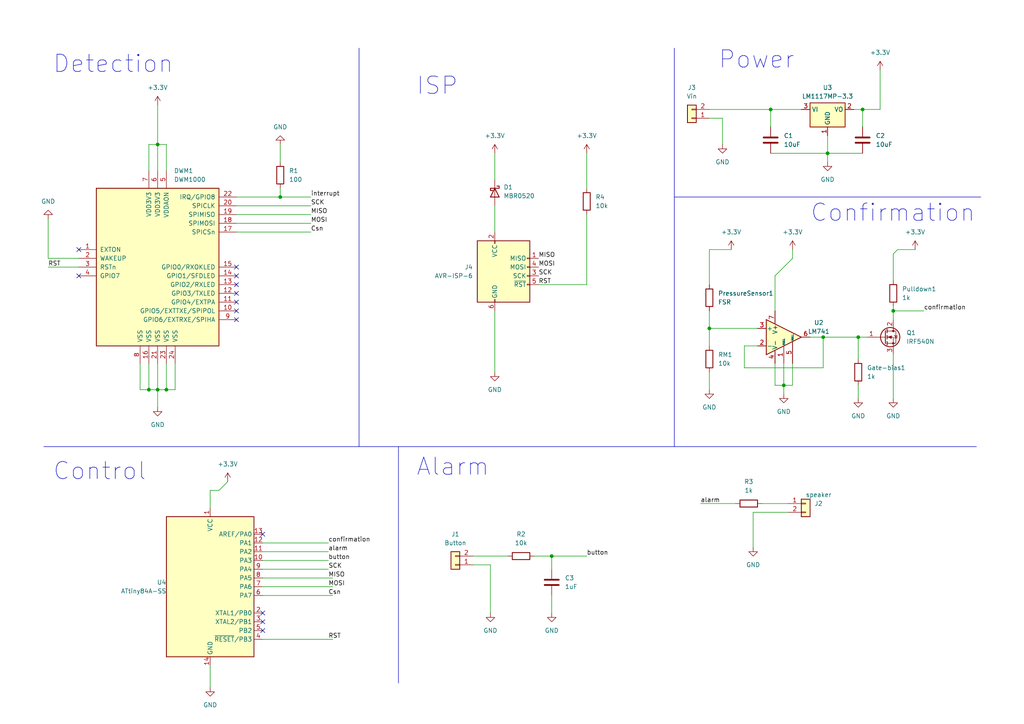
<source format=kicad_sch>
(kicad_sch (version 20230121) (generator eeschema)
  (paper "A4")
  (lib_symbols
    (symbol "Amplifier_Operational:LM741" (pin_names (offset 0.127))
      (property "Reference" "U" (at 0 6.35 0))
      (property "Value" "LM741" (at 0 3.81 0))
      (symbol "LM741_0_1"
        (polyline (pts (xy -5.08 5.08) (xy 5.08 0) (xy -5.08 -5.08) (xy -5.08 5.08)) (stroke (width 0.254)) (fill (type background)))
      )
      (symbol "LM741_1_1"
        (pin input line (at 0 -7.62 90) (length 5.08) (name "NULL") (number "1"))
        (pin input line (at -7.62 -2.54 0) (length 2.54) (name "-") (number "2"))
        (pin input line (at -7.62 2.54 0) (length 2.54) (name "+") (number "3"))
        (pin power_in line (at -2.54 -7.62 90) (length 3.81) (name "V-") (number "4"))
        (pin input line (at 2.54 -7.62 90) (length 6.35) (name "NULL") (number "5"))
        (pin output line (at 7.62 0 180) (length 2.54) (name "~") (number "6"))
        (pin power_in line (at -2.54 7.62 270) (length 3.81) (name "V+") (number "7"))
        (pin no_connect line (at 0 2.54 270) (length 2.54) hide (name "NC") (number "8"))
      )
    )
    (symbol "Connector:AVR-ISP-6" (pin_names (offset 1.016))
      (property "Reference" "J" (at -6.35 11.43 0))
      (property "Value" "AVR-ISP-6" (at 0 11.43 0))
      (symbol "AVR-ISP-6_0_1"
        (rectangle (start -2.667 -6.858) (end -2.413 -7.62))
        (rectangle (start -2.667 10.16) (end -2.413 9.398))
        (rectangle (start 7.62 -2.413) (end 6.858 -2.667))
        (rectangle (start 7.62 0.127) (end 6.858 -0.127))
        (rectangle (start 7.62 2.667) (end 6.858 2.413))
        (rectangle (start 7.62 5.207) (end 6.858 4.953))
        (rectangle (start 7.62 10.16) (end -7.62 -7.62) (stroke (width 0.254)) (fill (type background)))
      )
      (symbol "AVR-ISP-6_1_1"
        (pin passive line (at 10.16 5.08 180) (length 2.54) (name "MISO") (number "1"))
        (pin passive line (at -2.54 12.7 270) (length 2.54) (name "VCC") (number "2"))
        (pin passive line (at 10.16 0 180) (length 2.54) (name "SCK") (number "3"))
        (pin passive line (at 10.16 2.54 180) (length 2.54) (name "MOSI") (number "4"))
        (pin passive line (at 10.16 -2.54 180) (length 2.54) (name "~{RST}") (number "5"))
        (pin passive line (at -2.54 -10.16 90) (length 2.54) (name "GND") (number "6"))
      )
    )
    (symbol "Connector_Generic:Conn_01x02" (pin_names (offset 1.016) hide)
      (property "Reference" "J" (at 0 2.54 0))
      (property "Value" "Conn_01x02" (at 0 -5.08 0))
      (symbol "Conn_01x02_1_1"
        (rectangle (start -1.27 -2.413) (end 0 -2.667) (stroke (width 0.1524)))
        (rectangle (start -1.27 0.127) (end 0 -0.127) (stroke (width 0.1524)))
        (rectangle (start -1.27 1.27) (end 1.27 -3.81) (stroke (width 0.254)) (fill (type background)))
        (pin passive line (at -5.08 0 0) (length 3.81) (name "Pin_1") (number "1"))
        (pin passive line (at -5.08 -2.54 0) (length 3.81) (name "Pin_2") (number "2"))
      )
    )
    (symbol "Device:C" (pin_numbers hide) (pin_names (offset 0.254))
      (property "Reference" "C" (at 0.635 2.54 0))
      (property "Value" "C" (at 0.635 -2.54 0))
      (symbol "C_0_1"
        (polyline (pts (xy -2.032 -0.762) (xy 2.032 -0.762)) (stroke (width 0.508)))
        (polyline (pts (xy -2.032 0.762) (xy 2.032 0.762)) (stroke (width 0.508)))
      )
      (symbol "C_1_1"
        (pin passive line (at 0 3.81 270) (length 2.794) (name "~") (number "1"))
        (pin passive line (at 0 -3.81 90) (length 2.794) (name "~") (number "2"))
      )
    )
    (symbol "Device:R" (pin_numbers hide) (pin_names (offset 0))
      (property "Reference" "R" (at 2.032 0 90))
      (property "Value" "R" (at 0 0 90))
      (symbol "R_0_1"
        (rectangle (start -1.016 -2.54) (end 1.016 2.54) (stroke (width 0.254)))
      )
      (symbol "R_1_1"
        (pin passive line (at 0 3.81 270) (length 1.27) (name "~") (number "1"))
        (pin passive line (at 0 -3.81 90) (length 1.27) (name "~") (number "2"))
      )
    )
    (symbol "Diode:MBR0520" (pin_numbers hide) (pin_names (offset 1.016) hide)
      (property "Reference" "D" (at 0 2.54 0))
      (property "Value" "MBR0520" (at 0 -2.54 0))
      (symbol "MBR0520_0_1"
        (polyline (pts (xy 1.27 0) (xy -1.27 0)))
        (polyline (pts (xy 1.27 1.27) (xy 1.27 -1.27) (xy -1.27 0) (xy 1.27 1.27)) (stroke (width 0.254)))
        (polyline (pts (xy -1.905 0.635) (xy -1.905 1.27) (xy -1.27 1.27) (xy -1.27 -1.27) (xy -0.635 -1.27) (xy -0.635 -0.635)) (stroke (width 0.254)))
      )
      (symbol "MBR0520_1_1"
        (pin passive line (at -3.81 0 0) (length 2.54) (name "K") (number "1"))
        (pin passive line (at 3.81 0 180) (length 2.54) (name "A") (number "2"))
      )
    )
    (symbol "MCU_Microchip_ATtiny:ATtiny84A-SS"
      (property "Reference" "U" (at -12.7 21.59 0))
      (property "Value" "ATtiny84A-SS" (at 2.54 -21.59 0))
      (symbol "ATtiny84A-SS_0_1"
        (rectangle (start -12.7 -20.32) (end 12.7 20.32) (stroke (width 0.254)) (fill (type background)))
      )
      (symbol "ATtiny84A-SS_1_1"
        (pin power_in line (at 0 22.86 270) (length 2.54) (name "VCC") (number "1"))
        (pin bidirectional line (at 15.24 7.62 180) (length 2.54) (name "PA3") (number "10"))
        (pin bidirectional line (at 15.24 10.16 180) (length 2.54) (name "PA2") (number "11"))
        (pin bidirectional line (at 15.24 12.7 180) (length 2.54) (name "PA1") (number "12"))
        (pin bidirectional line (at 15.24 15.24 180) (length 2.54) (name "AREF/PA0") (number "13"))
        (pin power_in line (at 0 -22.86 90) (length 2.54) (name "GND") (number "14"))
        (pin bidirectional line (at 15.24 -7.62 180) (length 2.54) (name "XTAL1/PB0") (number "2"))
        (pin bidirectional line (at 15.24 -10.16 180) (length 2.54) (name "XTAL2/PB1") (number "3"))
        (pin bidirectional line (at 15.24 -15.24 180) (length 2.54) (name "~{RESET}/PB3") (number "4"))
        (pin bidirectional line (at 15.24 -12.7 180) (length 2.54) (name "PB2") (number "5"))
        (pin bidirectional line (at 15.24 -2.54 180) (length 2.54) (name "PA7") (number "6"))
        (pin bidirectional line (at 15.24 0 180) (length 2.54) (name "PA6") (number "7"))
        (pin bidirectional line (at 15.24 2.54 180) (length 2.54) (name "PA5") (number "8"))
        (pin bidirectional line (at 15.24 5.08 180) (length 2.54) (name "PA4") (number "9"))
      )
    )
    (symbol "RF_Module:DWM1000" (pin_names (offset 1.016))
      (property "Reference" "DWM" (at 7.62 25.4 0))
      (property "Value" "DWM1000" (at 1.27 3.81 0))
      (symbol "DWM1000_0_1"
        (rectangle (start 17.78 22.86) (end -17.78 -22.86) (stroke (width 0.254)) (fill (type background)))
      )
      (symbol "DWM1000_1_1"
        (pin output line (at -22.86 5.08 0) (length 5.08) (name "EXTON") (number "1"))
        (pin bidirectional line (at 22.86 -12.7 180) (length 5.08) (name "GPIO5/EXTTXE/SPIPOL") (number "10"))
        (pin bidirectional line (at 22.86 -10.16 180) (length 5.08) (name "GPIO4/EXTPA") (number "11"))
        (pin bidirectional line (at 22.86 -7.62 180) (length 5.08) (name "GPIO3/TXLED") (number "12"))
        (pin bidirectional line (at 22.86 -5.08 180) (length 5.08) (name "GPIO2/RXLED") (number "13"))
        (pin bidirectional line (at 22.86 -2.54 180) (length 5.08) (name "GPIO1/SFDLED") (number "14"))
        (pin bidirectional line (at 22.86 0 180) (length 5.08) (name "GPIO0/RXOKLED") (number "15"))
        (pin power_in line (at -2.54 -27.94 90) (length 5.08) (name "VSS") (number "16"))
        (pin input line (at 22.86 10.16 180) (length 5.08) (name "SPICSn") (number "17"))
        (pin input line (at 22.86 12.7 180) (length 5.08) (name "SPIMOSI") (number "18"))
        (pin output line (at 22.86 15.24 180) (length 5.08) (name "SPIMISO") (number "19"))
        (pin bidirectional line (at -22.86 2.54 0) (length 5.08) (name "WAKEUP") (number "2"))
        (pin input line (at 22.86 17.78 180) (length 5.08) (name "SPICLK") (number "20"))
        (pin power_in line (at 0 -27.94 90) (length 5.08) (name "VSS") (number "21"))
        (pin bidirectional line (at 22.86 20.32 180) (length 5.08) (name "IRQ/GPIO8") (number "22"))
        (pin power_in line (at 2.54 -27.94 90) (length 5.08) (name "VSS") (number "23"))
        (pin power_in line (at 5.08 -27.94 90) (length 5.08) (name "VSS") (number "24"))
        (pin bidirectional line (at -22.86 0 0) (length 5.08) (name "RSTn") (number "3"))
        (pin bidirectional line (at -22.86 -2.54 0) (length 5.08) (name "GPIO7") (number "4"))
        (pin power_in line (at 2.54 27.94 270) (length 5.08) (name "VDDAON") (number "5"))
        (pin power_in line (at 0 27.94 270) (length 5.08) (name "VDD3V3") (number "6"))
        (pin power_in line (at -2.54 27.94 270) (length 5.08) (name "VDD3V3") (number "7"))
        (pin power_in line (at -5.08 -27.94 90) (length 5.08) (name "VSS") (number "8"))
        (pin bidirectional line (at 22.86 -15.24 180) (length 5.08) (name "GPIO6/EXTRXE/SPIHA") (number "9"))
      )
    )
    (symbol "Regulator_Linear:LM1117MP-3.3"
      (property "Reference" "U" (at -3.81 3.175 0))
      (property "Value" "LM1117MP-3.3" (at 0 3.175 0))
      (symbol "LM1117MP-3.3_0_1"
        (rectangle (start -5.08 -5.08) (end 5.08 1.905) (stroke (width 0.254)) (fill (type background)))
      )
      (symbol "LM1117MP-3.3_1_1"
        (pin power_in line (at 0 -7.62 90) (length 2.54) (name "GND") (number "1"))
        (pin power_out line (at 7.62 0 180) (length 2.54) (name "VO") (number "2"))
        (pin power_in line (at -7.62 0 0) (length 2.54) (name "VI") (number "3"))
      )
    )
    (symbol "Transistor_FET:IRF540N" (pin_names hide)
      (property "Reference" "Q" (at 5.08 1.905 0))
      (property "Value" "IRF540N" (at 5.08 0 0))
      (symbol "IRF540N_0_1"
        (polyline (pts (xy 0.254 0) (xy -2.54 0)))
        (polyline (pts (xy 0.254 1.905) (xy 0.254 -1.905)) (stroke (width 0.254)))
        (polyline (pts (xy 0.762 -1.27) (xy 0.762 -2.286)) (stroke (width 0.254)))
        (polyline (pts (xy 0.762 0.508) (xy 0.762 -0.508)) (stroke (width 0.254)))
        (polyline (pts (xy 0.762 2.286) (xy 0.762 1.27)) (stroke (width 0.254)))
        (polyline (pts (xy 2.54 2.54) (xy 2.54 1.778)))
        (polyline (pts (xy 2.54 -2.54) (xy 2.54 0) (xy 0.762 0)))
        (polyline (pts (xy 0.762 -1.778) (xy 3.302 -1.778) (xy 3.302 1.778) (xy 0.762 1.778)))
        (polyline (pts (xy 1.016 0) (xy 2.032 0.381) (xy 2.032 -0.381) (xy 1.016 0)) (fill (type outline)))
        (polyline (pts (xy 2.794 0.508) (xy 2.921 0.381) (xy 3.683 0.381) (xy 3.81 0.254)))
        (polyline (pts (xy 3.302 0.381) (xy 2.921 -0.254) (xy 3.683 -0.254) (xy 3.302 0.381)))
        (circle (center 1.651 0) (radius 2.794) (stroke (width 0.254)))
        (circle (center 2.54 -1.778) (radius 0.254) (fill (type outline)))
        (circle (center 2.54 1.778) (radius 0.254) (fill (type outline)))
      )
      (symbol "IRF540N_1_1"
        (pin input line (at -5.08 0 0) (length 2.54) (name "G") (number "1"))
        (pin passive line (at 2.54 5.08 270) (length 2.54) (name "D") (number "2"))
        (pin passive line (at 2.54 -5.08 90) (length 2.54) (name "S") (number "3"))
      )
    )
    (symbol "power:+3.3V" (power) (pin_names (offset 0))
      (property "Value" "+3.3V" (at 0 3.556 0))
      (symbol "+3.3V_0_1"
        (polyline (pts (xy -0.762 1.27) (xy 0 2.54)))
        (polyline (pts (xy 0 0) (xy 0 2.54)))
        (polyline (pts (xy 0 2.54) (xy 0.762 1.27)))
      )
      (symbol "+3.3V_1_1"
        (pin power_in line (at 0 0 90) (length 0) hide (name "+3.3V") (number "1"))
      )
    )
    (symbol "power:GND" (power) (pin_names (offset 0))
      (property "Value" "GND" (at 0 -3.81 0))
      (symbol "GND_0_1"
        (polyline (pts (xy 0 0) (xy 0 -1.27) (xy 1.27 -1.27) (xy 0 -2.54) (xy -1.27 -1.27) (xy 0 -1.27)))
      )
      (symbol "GND_1_1"
        (pin power_in line (at 0 0 270) (length 0) hide (name "GND") (number "1"))
      )
    )
  )
  (junction (at 223.52 31.75))
  (junction (at 81.28 57.15))
  (junction (at 259.08 90.17))
  (junction (at 250.19 31.75))
  (junction (at 248.92 97.79))
  (junction (at 45.72 41.91))
  (junction (at 48.26 113.03))
  (junction (at 205.74 95.25))
  (junction (at 238.76 97.79))
  (junction (at 43.18 113.03))
  (junction (at 45.72 113.03))
  (junction (at 160.02 161.29))
  (junction (at 227.33 111.76))
  (junction (at 240.03 44.45))
  (no_connect (at 76.2 180.34))
  (no_connect (at 68.58 77.47))
  (no_connect (at 68.58 92.71))
  (no_connect (at 68.58 80.01))
  (no_connect (at 22.86 72.39))
  (no_connect (at 76.2 182.88))
  (no_connect (at 76.2 154.94))
  (no_connect (at 68.58 90.17))
  (no_connect (at 76.2 177.8))
  (no_connect (at 68.58 87.63))
  (no_connect (at 68.58 82.55))
  (no_connect (at 22.86 80.01))
  (no_connect (at 68.58 85.09))
  (wire (pts (xy 63.5 142.24) (xy 66.04 139.7)))
  (wire (pts (xy 143.51 59.69) (xy 143.51 67.31)))
  (wire (pts (xy 156.21 82.55) (xy 170.18 82.55)))
  (wire (pts (xy 247.65 31.75) (xy 250.19 31.75)))
  (polyline (pts (xy 104.14 13.97) (xy 104.14 129.54)))
  (wire (pts (xy 81.28 54.61) (xy 81.28 57.15)))
  (wire (pts (xy 205.74 95.25) (xy 205.74 100.33)))
  (wire (pts (xy 76.2 165.1) (xy 95.25 165.1)))
  (wire (pts (xy 229.87 74.93) (xy 224.79 80.01)))
  (wire (pts (xy 170.18 44.45) (xy 170.18 54.61)))
  (wire (pts (xy 154.94 161.29) (xy 160.02 161.29)))
  (polyline (pts (xy 195.58 13.97) (xy 195.58 129.54)))
  (wire (pts (xy 224.79 80.01) (xy 224.79 90.17)))
  (wire (pts (xy 209.55 34.29) (xy 209.55 41.91)))
  (wire (pts (xy 240.03 44.45) (xy 250.19 44.45)))
  (wire (pts (xy 205.74 34.29) (xy 209.55 34.29)))
  (wire (pts (xy 48.26 113.03) (xy 50.8 113.03)))
  (wire (pts (xy 227.33 105.41) (xy 227.33 111.76)))
  (wire (pts (xy 142.24 163.83) (xy 142.24 177.8)))
  (wire (pts (xy 224.79 105.41) (xy 224.79 111.76)))
  (wire (pts (xy 223.52 31.75) (xy 223.52 36.83)))
  (wire (pts (xy 81.28 41.91) (xy 81.28 46.99)))
  (wire (pts (xy 248.92 111.76) (xy 248.92 115.57)))
  (wire (pts (xy 40.64 113.03) (xy 43.18 113.03)))
  (polyline (pts (xy 195.58 57.15) (xy 284.48 57.15)))
  (wire (pts (xy 223.52 44.45) (xy 240.03 44.45)))
  (wire (pts (xy 76.2 172.72) (xy 96.52 172.72)))
  (wire (pts (xy 45.72 30.48) (xy 45.72 41.91)))
  (wire (pts (xy 255.27 20.32) (xy 255.27 31.75)))
  (wire (pts (xy 220.98 146.05) (xy 228.6 146.05)))
  (wire (pts (xy 205.74 72.39) (xy 205.74 82.55)))
  (wire (pts (xy 259.08 102.87) (xy 259.08 115.57)))
  (wire (pts (xy 234.95 97.79) (xy 238.76 97.79)))
  (wire (pts (xy 238.76 97.79) (xy 238.76 106.68)))
  (wire (pts (xy 227.33 111.76) (xy 229.87 111.76)))
  (wire (pts (xy 205.74 95.25) (xy 219.71 95.25)))
  (wire (pts (xy 45.72 105.41) (xy 45.72 113.03)))
  (wire (pts (xy 215.9 100.33) (xy 215.9 106.68)))
  (wire (pts (xy 240.03 39.37) (xy 240.03 44.45)))
  (wire (pts (xy 43.18 41.91) (xy 45.72 41.91)))
  (wire (pts (xy 76.2 167.64) (xy 96.52 167.64)))
  (polyline (pts (xy 12.7 129.54) (xy 283.21 129.54)))
  (wire (pts (xy 68.58 57.15) (xy 81.28 57.15)))
  (wire (pts (xy 240.03 44.45) (xy 240.03 46.99)))
  (wire (pts (xy 205.74 90.17) (xy 205.74 95.25)))
  (wire (pts (xy 60.96 142.24) (xy 63.5 142.24)))
  (wire (pts (xy 260.35 72.39) (xy 259.08 73.66)))
  (wire (pts (xy 143.51 44.45) (xy 143.51 52.07)))
  (wire (pts (xy 215.9 100.33) (xy 219.71 100.33)))
  (wire (pts (xy 265.43 72.39) (xy 260.35 72.39)))
  (wire (pts (xy 48.26 41.91) (xy 48.26 49.53)))
  (wire (pts (xy 160.02 172.72) (xy 160.02 177.8)))
  (wire (pts (xy 259.08 88.9) (xy 259.08 90.17)))
  (wire (pts (xy 229.87 105.41) (xy 229.87 111.76)))
  (wire (pts (xy 48.26 105.41) (xy 48.26 113.03)))
  (wire (pts (xy 224.79 111.76) (xy 227.33 111.76)))
  (wire (pts (xy 218.44 148.59) (xy 218.44 158.75)))
  (wire (pts (xy 68.58 67.31) (xy 90.17 67.31)))
  (wire (pts (xy 43.18 105.41) (xy 43.18 113.03)))
  (wire (pts (xy 259.08 90.17) (xy 267.97 90.17)))
  (wire (pts (xy 250.19 31.75) (xy 250.19 36.83)))
  (wire (pts (xy 143.51 90.17) (xy 143.51 107.95)))
  (wire (pts (xy 13.97 77.47) (xy 22.86 77.47)))
  (wire (pts (xy 250.19 31.75) (xy 255.27 31.75)))
  (wire (pts (xy 13.97 74.93) (xy 22.86 74.93)))
  (wire (pts (xy 203.2 146.05) (xy 213.36 146.05)))
  (wire (pts (xy 259.08 73.66) (xy 259.08 81.28)))
  (wire (pts (xy 60.96 193.04) (xy 60.96 199.39)))
  (polyline (pts (xy 115.57 129.54) (xy 115.57 198.12)))
  (wire (pts (xy 40.64 105.41) (xy 40.64 113.03)))
  (wire (pts (xy 68.58 59.69) (xy 90.17 59.69)))
  (wire (pts (xy 50.8 105.41) (xy 50.8 113.03)))
  (wire (pts (xy 227.33 111.76) (xy 227.33 114.3)))
  (wire (pts (xy 223.52 31.75) (xy 232.41 31.75)))
  (wire (pts (xy 160.02 161.29) (xy 160.02 165.1)))
  (wire (pts (xy 45.72 41.91) (xy 48.26 41.91)))
  (wire (pts (xy 205.74 72.39) (xy 212.09 72.39)))
  (wire (pts (xy 43.18 113.03) (xy 45.72 113.03)))
  (wire (pts (xy 229.87 72.39) (xy 229.87 74.93)))
  (wire (pts (xy 45.72 41.91) (xy 45.72 49.53)))
  (wire (pts (xy 43.18 41.91) (xy 43.18 49.53)))
  (wire (pts (xy 170.18 62.23) (xy 170.18 82.55)))
  (wire (pts (xy 45.72 113.03) (xy 48.26 113.03)))
  (wire (pts (xy 76.2 162.56) (xy 95.25 162.56)))
  (wire (pts (xy 238.76 97.79) (xy 248.92 97.79)))
  (wire (pts (xy 76.2 160.02) (xy 95.25 160.02)))
  (wire (pts (xy 248.92 97.79) (xy 248.92 104.14)))
  (wire (pts (xy 215.9 106.68) (xy 238.76 106.68)))
  (wire (pts (xy 205.74 31.75) (xy 223.52 31.75)))
  (wire (pts (xy 68.58 62.23) (xy 90.17 62.23)))
  (wire (pts (xy 68.58 64.77) (xy 90.17 64.77)))
  (wire (pts (xy 76.2 170.18) (xy 96.52 170.18)))
  (wire (pts (xy 248.92 97.79) (xy 251.46 97.79)))
  (wire (pts (xy 76.2 185.42) (xy 96.52 185.42)))
  (wire (pts (xy 81.28 57.15) (xy 90.17 57.15)))
  (wire (pts (xy 137.16 161.29) (xy 147.32 161.29)))
  (wire (pts (xy 13.97 63.5) (xy 13.97 74.93)))
  (wire (pts (xy 45.72 113.03) (xy 45.72 118.11)))
  (wire (pts (xy 218.44 148.59) (xy 228.6 148.59)))
  (wire (pts (xy 76.2 157.48) (xy 95.25 157.48)))
  (wire (pts (xy 259.08 90.17) (xy 259.08 92.71)))
  (wire (pts (xy 160.02 161.29) (xy 170.18 161.29)))
  (wire (pts (xy 137.16 163.83) (xy 142.24 163.83)))
  (wire (pts (xy 205.74 107.95) (xy 205.74 113.03)))
  (wire (pts (xy 60.96 142.24) (xy 60.96 147.32)))
  (text "Power" (at 208.28 20.32 0) (effects (font (size 5 5)) (justify left bottom)))
  (text "Detection" (at 15.24 21.59 0) (effects (font (size 5 5)) (justify left bottom)))
  (text "ISP" (at 120.65 27.94 0) (effects (font (size 5 5)) (justify left bottom)))
  (text "Alarm" (at 120.65 138.43 0) (effects (font (size 5 5)) (justify left bottom)))
  (text "Control" (at 15.24 139.7 0) (effects (font (size 5 5)) (justify left bottom)))
  (text "Confirmation" (at 234.95 64.77 0) (effects (font (size 5 5)) (justify left bottom)))
  (label "Csn" (at 95.25 172.72 0))
  (label "alarm" (at 95.25 160.02 0))
  (label "confirmation" (at 267.97 90.17 0))
  (label "button" (at 95.25 162.56 0))
  (label "interrupt" (at 90.17 57.15 0))
  (label "SCK" (at 156.21 80.01 0))
  (label "alarm" (at 203.2 146.05 0))
  (label "confirmation" (at 95.25 157.48 0))
  (label "MOSI" (at 156.21 77.47 0))
  (label "MISO" (at 90.17 62.23 0))
  (label "MOSI" (at 95.25 170.18 0))
  (label "Csn" (at 90.17 67.31 0))
  (label "RST" (at 95.25 185.42 0))
  (label "MOSI" (at 90.17 64.77 0))
  (label "button" (at 170.18 161.29 0))
  (label "RST" (at 156.21 82.55 0))
  (label "RST" (at 13.97 77.47 0))
  (label "SCK" (at 95.25 165.1 0))
  (label "SCK" (at 90.17 59.69 0))
  (label "MISO" (at 95.25 167.64 0))
  (label "MISO" (at 156.21 74.93 0))
  (symbol (lib_id "power:GND") (at 142.24 177.8 0) (unit 1)
    (property "Reference" "#PWR016" (effects hide))
    (property "Value" "GND" (at 142.24 182.88 0))
  )
  (symbol (lib_id "power:GND") (at 143.51 107.95 0) (unit 1)
    (property "Reference" "#PWR019" (effects hide))
    (property "Value" "GND" (at 143.51 113.03 0))
  )
  (symbol (lib_id "Device:R") (at 81.28 50.8 0) (unit 1)
    (property "Reference" "R1" (at 83.82 49.53 0) (effects (justify left)))
    (property "Value" "100" (at 83.82 52.07 0) (effects (justify left)))
    (property "Footprint" "Resistor_SMD:R_0805_2012Metric_Pad1.20x1.40mm_HandSolder" (effects hide))
  )
  (symbol (lib_id "power:GND") (at 227.33 114.3 0) (unit 1)
    (property "Reference" "#PWR05" (effects hide))
    (property "Value" "GND" (at 227.33 119.38 0))
  )
  (symbol (lib_id "Device:R") (at 170.18 58.42 0) (unit 1)
    (property "Reference" "R4" (at 172.72 57.15 0) (effects (justify left)))
    (property "Value" "10k" (at 172.72 59.69 0) (effects (justify left)))
    (property "Footprint" "Resistor_SMD:R_0805_2012Metric_Pad1.20x1.40mm_HandSolder" (effects hide))
  )
  (symbol (lib_id "Device:R") (at 151.13 161.29 90) (unit 1)
    (property "Reference" "R2" (at 151.13 154.94 90))
    (property "Value" "10k" (at 151.13 157.48 90))
    (property "Footprint" "Resistor_SMD:R_0805_2012Metric_Pad1.20x1.40mm_HandSolder" (effects hide))
  )
  (symbol (lib_id "power:+3.3V") (at 143.51 44.45 0) (unit 1)
    (property "Reference" "#PWR01" (effects hide))
    (property "Value" "+3.3V" (at 143.51 39.37 0))
  )
  (symbol (lib_id "Device:C") (at 223.52 40.64 0) (unit 1)
    (property "Reference" "C1" (at 227.33 39.37 0) (effects (justify left)))
    (property "Value" "10uF" (at 227.33 41.91 0) (effects (justify left)))
    (property "Footprint" "Capacitor_SMD:C_0805_2012Metric_Pad1.18x1.45mm_HandSolder" (effects hide))
  )
  (symbol (lib_id "Transistor_FET:IRF540N") (at 256.54 97.79 0) (unit 1)
    (property "Reference" "Q1" (at 262.89 96.52 0) (effects (justify left)))
    (property "Value" "IRF540N" (at 262.89 99.06 0) (effects (justify left)))
    (property "Footprint" "Package_TO_SOT_THT:TO-220-3_Vertical" (effects hide))
    (property "Datasheet" "http://www.irf.com/product-info/datasheets/data/irf540n.pdf" (effects hide))
  )
  (symbol (lib_id "Diode:MBR0520") (at 143.51 55.88 270) (unit 1)
    (property "Reference" "D1" (at 146.05 54.2925 90) (effects (justify left)))
    (property "Value" "MBR0520" (at 146.05 56.8325 90) (effects (justify left)))
    (property "Footprint" "Diode_SMD:D_SOD-123" (effects hide))
    (property "Datasheet" "http://www.mccsemi.com/up_pdf/MBR0520~MBR0580(SOD123).pdf" (effects hide))
  )
  (symbol (lib_id "power:GND") (at 13.97 63.5 180) (unit 1)
    (property "Reference" "#PWR020" (effects hide))
    (property "Value" "GND" (at 13.97 58.42 0))
  )
  (symbol (lib_id "power:GND") (at 218.44 158.75 0) (unit 1)
    (property "Reference" "#PWR04" (effects hide))
    (property "Value" "GND" (at 218.44 163.83 0))
  )
  (symbol (lib_id "Device:R") (at 259.08 85.09 0) (unit 1)
    (property "Reference" "Pulldown1" (at 261.62 83.82 0) (effects (justify left)))
    (property "Value" "1k" (at 261.62 86.36 0) (effects (justify left)))
    (property "Footprint" "Resistor_SMD:R_0805_2012Metric_Pad1.20x1.40mm_HandSolder" (effects hide))
  )
  (symbol (lib_id "Connector_Generic:Conn_01x02") (at 200.66 34.29 180) (unit 1)
    (property "Reference" "J3" (at 200.66 25.4 0))
    (property "Value" "Vin" (at 200.66 27.94 0))
    (property "Footprint" "Connector_Molex:Molex_KK-254_AE-6410-02A_1x02_P2.54mm_Vertical" (effects hide))
  )
  (symbol (lib_id "power:GND") (at 45.72 118.11 0) (unit 1)
    (property "Reference" "#PWR012" (effects hide))
    (property "Value" "GND" (at 45.72 123.19 0))
  )
  (symbol (lib_id "Connector_Generic:Conn_01x02") (at 233.68 146.05 0) (unit 1)
    (property "Reference" "J2" (at 236.22 146.05 0) (effects (justify left)))
    (property "Value" "speaker" (at 233.68 143.51 0) (effects (justify left)))
    (property "Footprint" "Connector_Molex:Molex_KK-254_AE-6410-02A_1x02_P2.54mm_Vertical" (effects hide))
  )
  (symbol (lib_id "Connector_Generic:Conn_01x02") (at 132.08 163.83 180) (unit 1)
    (property "Reference" "J1" (at 132.08 154.94 0))
    (property "Value" "Button" (at 132.08 157.48 0))
    (property "Footprint" "Connector_Molex:Molex_KK-254_AE-6410-02A_1x02_P2.54mm_Vertical" (effects hide))
  )
  (symbol (lib_id "power:+3.3V") (at 66.04 139.7 0) (unit 1)
    (property "Reference" "#PWR018" (effects hide))
    (property "Value" "+3.3V" (at 66.04 134.62 0))
  )
  (symbol (lib_id "power:+3.3V") (at 255.27 20.32 0) (unit 1)
    (property "Reference" "#PWR014" (effects hide))
    (property "Value" "+3.3V" (at 255.27 15.24 0))
  )
  (symbol (lib_id "Regulator_Linear:LM1117MP-3.3") (at 240.03 31.75 0) (unit 1)
    (property "Reference" "U3" (at 240.03 25.4 0))
    (property "Value" "LM1117MP-3.3" (at 240.03 27.94 0))
    (property "Footprint" "Package_TO_SOT_SMD:SOT-223-3_TabPin2" (effects hide))
    (property "Datasheet" "http://www.ti.com/lit/ds/symlink/lm1117.pdf" (effects hide))
  )
  (symbol (lib_id "power:+3.3V") (at 229.87 72.39 0) (unit 1)
    (property "Reference" "#PWR021" (effects hide))
    (property "Value" "+3.3V" (at 229.87 67.31 0))
  )
  (symbol (lib_id "power:GND") (at 160.02 177.8 0) (unit 1)
    (property "Reference" "#PWR017" (effects hide))
    (property "Value" "GND" (at 160.02 182.88 0))
  )
  (symbol (lib_id "power:+3.3V") (at 265.43 72.39 0) (unit 1)
    (property "Reference" "#PWR022" (effects hide))
    (property "Value" "+3.3V" (at 265.43 67.31 0))
  )
  (symbol (lib_id "Device:R") (at 217.17 146.05 90) (unit 1)
    (property "Reference" "R3" (at 217.17 139.7 90))
    (property "Value" "1k" (at 217.17 142.24 90))
    (property "Footprint" "Resistor_SMD:R_0805_2012Metric_Pad1.20x1.40mm_HandSolder" (effects hide))
  )
  (symbol (lib_id "power:GND") (at 248.92 115.57 0) (unit 1)
    (property "Reference" "#PWR08" (effects hide))
    (property "Value" "GND" (at 248.92 120.65 0))
  )
  (symbol (lib_id "Device:C") (at 160.02 168.91 0) (unit 1)
    (property "Reference" "C3" (at 163.83 167.64 0) (effects (justify left)))
    (property "Value" "1uF" (at 163.83 170.18 0) (effects (justify left)))
    (property "Footprint" "Capacitor_SMD:C_0805_2012Metric_Pad1.18x1.45mm_HandSolder" (effects hide))
  )
  (symbol (lib_id "power:GND") (at 240.03 46.99 0) (unit 1)
    (property "Reference" "#PWR02" (effects hide))
    (property "Value" "GND" (at 240.03 52.07 0))
  )
  (symbol (lib_id "power:GND") (at 205.74 113.03 0) (unit 1)
    (property "Reference" "#PWR06" (effects hide))
    (property "Value" "GND" (at 205.74 118.11 0))
  )
  (symbol (lib_id "power:+3.3V") (at 45.72 30.48 0) (unit 1)
    (property "Reference" "#PWR07" (effects hide))
    (property "Value" "+3.3V" (at 45.72 25.4 0))
  )
  (symbol (lib_id "Device:R") (at 205.74 104.14 0) (unit 1)
    (property "Reference" "RM1" (at 208.28 102.87 0) (effects (justify left)))
    (property "Value" "10k" (at 208.28 105.41 0) (effects (justify left)))
    (property "Footprint" "Resistor_SMD:R_0805_2012Metric_Pad1.20x1.40mm_HandSolder" (effects hide))
  )
  (symbol (lib_id "Amplifier_Operational:LM741") (at 227.33 97.79 0) (unit 1)
    (property "Reference" "U2" (at 237.49 93.5991 0))
    (property "Value" "LM741" (at 237.49 96.1391 0))
    (property "Footprint" "Package_DIP:DIP-8_W7.62mm_Socket_LongPads" (effects hide))
    (property "Datasheet" "http://www.ti.com/lit/ds/symlink/lm741.pdf" (effects hide))
  )
  (symbol (lib_id "RF_Module:DWM1000") (at 45.72 77.47 0) (unit 1)
    (property "Reference" "DWM1" (at 50.4541 49.53 0) (effects (justify left)))
    (property "Value" "DWM1000" (at 50.4541 52.07 0) (effects (justify left)))
    (property "Footprint" "RF_Module:DWM1000" (effects hide))
    (property "Datasheet" "https://www.decawave.com/sites/default/files/resources/dwm1000-datasheet-v1.3.pdf" (effects hide))
  )
  (symbol (lib_id "MCU_Microchip_ATtiny:ATtiny84A-SS") (at 60.96 170.18 0) (unit 1)
    (property "Reference" "U4" (at 48.26 168.91 0) (effects (justify right)))
    (property "Value" "ATtiny84A-SS" (at 48.26 171.45 0) (effects (justify right)))
    (property "Footprint" "Package_SO:SOIC-14_3.9x8.7mm_P1.27mm" (effects hide))
    (property "Datasheet" "http://ww1.microchip.com/downloads/en/DeviceDoc/doc8183.pdf" (effects hide))
  )
  (symbol (lib_id "power:GND") (at 60.96 199.39 0) (unit 1)
    (property "Reference" "#PWR015" (effects hide))
    (property "Value" "GND" (at 60.96 204.47 0))
  )
  (symbol (lib_id "power:GND") (at 81.28 41.91 180) (unit 1)
    (property "Reference" "#PWR013" (effects hide))
    (property "Value" "GND" (at 81.28 36.83 0))
  )
  (symbol (lib_id "Device:R") (at 205.74 86.36 0) (unit 1)
    (property "Reference" "PressureSensor1" (at 208.28 85.09 0) (effects (justify left)))
    (property "Value" "FSR" (at 208.28 87.63 0) (effects (justify left)))
    (property "Footprint" "Resistor_SMD:R_0805_2012Metric_Pad1.20x1.40mm_HandSolder" (effects hide))
  )
  (symbol (lib_id "Connector:AVR-ISP-6") (at 146.05 80.01 0) (unit 1)
    (property "Reference" "J4" (at 137.16 77.47 0) (effects (justify right)))
    (property "Value" "AVR-ISP-6" (at 137.16 80.01 0) (effects (justify right)))
    (property "Footprint" "Connector_IDC:IDC-Header_2x03_P2.54mm_Vertical" (effects hide))
    (property "Datasheet" " ~" (effects hide))
  )
  (symbol (lib_id "power:GND") (at 259.08 115.57 0) (unit 1)
    (property "Reference" "#PWR010" (effects hide))
    (property "Value" "GND" (at 259.08 120.65 0))
  )
  (symbol (lib_id "power:+3.3V") (at 170.18 44.45 0) (unit 1)
    (property "Reference" "#PWR011" (effects hide))
    (property "Value" "+3.3V" (at 170.18 39.37 0))
  )
  (symbol (lib_id "Device:R") (at 248.92 107.95 0) (unit 1)
    (property "Reference" "Gate-bias1" (at 251.46 106.68 0) (effects (justify left)))
    (property "Value" "1k" (at 251.46 109.22 0) (effects (justify left)))
    (property "Footprint" "Resistor_SMD:R_0805_2012Metric_Pad1.20x1.40mm_HandSolder" (effects hide))
  )
  (symbol (lib_id "Device:C") (at 250.19 40.64 0) (unit 1)
    (property "Reference" "C2" (at 254 39.37 0) (effects (justify left)))
    (property "Value" "10uF" (at 254 41.91 0) (effects (justify left)))
    (property "Footprint" "Capacitor_SMD:C_0805_2012Metric_Pad1.18x1.45mm_HandSolder" (effects hide))
  )
  (symbol (lib_id "power:+3.3V") (at 212.09 72.39 0) (unit 1)
    (property "Reference" "#PWR09" (effects hide))
    (property "Value" "+3.3V" (at 212.09 67.31 0))
  )
  (symbol (lib_id "power:GND") (at 209.55 41.91 0) (unit 1)
    (property "Reference" "#PWR03" (effects hide))
    (property "Value" "GND" (at 209.55 46.99 0))
  )
)
</source>
